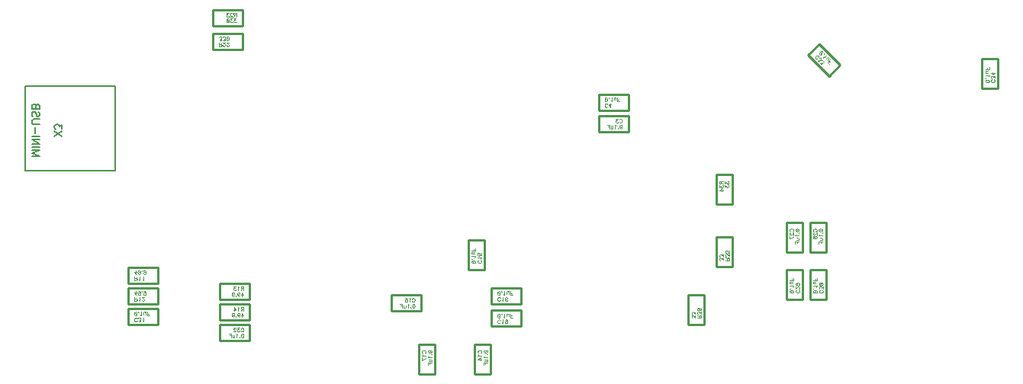
<source format=gbo>
G04*
G04  File:            ZXINET.GBO, Tue Jan 09 01:03:28 2018*
G04  Source:          P-CAD 2006 PCB, Version 19.02.958, (Z:\home\lvd\d\zxiznet\pcad\revC\zxinet.pcb)*
G04  Format:          Gerber Format (RS-274-D), ASCII*
G04*
G04  Format Options:  Absolute Positioning*
G04                   Leading-Zero Suppression*
G04                   Scale Factor 1:1*
G04                   NO Circular Interpolation*
G04                   Millimeter Units*
G04                   Numeric Format: 4.4 (XXXX.XXXX)*
G04                   G54 NOT Used for Aperture Change*
G04                   Apertures Embedded*
G04*
G04  File Options:    Offset = (0.000mm,0.000mm)*
G04                   Drill Symbol Size = 2.032mm*
G04                   No Pad/Via Holes*
G04*
G04  File Contents:   No Pads*
G04                   No Vias*
G04                   Designators*
G04                   Types*
G04                   Values*
G04                   No Drill Symbols*
G04                   Bot Silk*
G04*
%INZXINET.GBO*%
%ICAS*%
%MOMM*%
G04*
G04  Aperture MACROs for general use --- invoked via D-code assignment *
G04*
G04  General MACRO for flashed round with rotation and/or offset hole *
%AMROTOFFROUND*
1,1,$1,0.0000,0.0000*
1,0,$2,$3,$4*%
G04*
G04  General MACRO for flashed oval (obround) with rotation and/or offset hole *
%AMROTOFFOVAL*
21,1,$1,$2,0.0000,0.0000,$3*
1,1,$4,$5,$6*
1,1,$4,0-$5,0-$6*
1,0,$7,$8,$9*%
G04*
G04  General MACRO for flashed oval (obround) with rotation and no hole *
%AMROTOVALNOHOLE*
21,1,$1,$2,0.0000,0.0000,$3*
1,1,$4,$5,$6*
1,1,$4,0-$5,0-$6*%
G04*
G04  General MACRO for flashed rectangle with rotation and/or offset hole *
%AMROTOFFRECT*
21,1,$1,$2,0.0000,0.0000,$3*
1,0,$4,$5,$6*%
G04*
G04  General MACRO for flashed rectangle with rotation and no hole *
%AMROTRECTNOHOLE*
21,1,$1,$2,0.0000,0.0000,$3*%
G04*
G04  General MACRO for flashed rounded-rectangle *
%AMROUNDRECT*
21,1,$1,$2-$4,0.0000,0.0000,$3*
21,1,$1-$4,$2,0.0000,0.0000,$3*
1,1,$4,$5,$6*
1,1,$4,$7,$8*
1,1,$4,0-$5,0-$6*
1,1,$4,0-$7,0-$8*
1,0,$9,$10,$11*%
G04*
G04  General MACRO for flashed rounded-rectangle with rotation and no hole *
%AMROUNDRECTNOHOLE*
21,1,$1,$2-$4,0.0000,0.0000,$3*
21,1,$1-$4,$2,0.0000,0.0000,$3*
1,1,$4,$5,$6*
1,1,$4,$7,$8*
1,1,$4,0-$5,0-$6*
1,1,$4,0-$7,0-$8*%
G04*
G04  General MACRO for flashed regular polygon *
%AMREGPOLY*
5,1,$1,0.0000,0.0000,$2,$3+$4*
1,0,$5,$6,$7*%
G04*
G04  General MACRO for flashed regular polygon with no hole *
%AMREGPOLYNOHOLE*
5,1,$1,0.0000,0.0000,$2,$3+$4*%
G04*
G04  General MACRO for target *
%AMTARGET*
6,0,0,$1,$2,$3,4,$4,$5,$6*%
G04*
G04  General MACRO for mounting hole *
%AMMTHOLE*
1,1,$1,0,0*
1,0,$2,0,0*
$1=$1-$2*
$1=$1/2*
21,1,$2+$1,$3,0,0,$4*
21,1,$3,$2+$1,0,0,$4*%
G04*
G04*
G04  D10 : "Ellipse X0.254mm Y0.254mm H0.000mm 0.0deg (0.000mm,0.000mm) Draw"*
G04  Disc: OuterDia=0.2540*
%ADD10C, 0.2540*%
G04  D11 : "Ellipse X0.381mm Y0.381mm H0.000mm 0.0deg (0.000mm,0.000mm) Draw"*
G04  Disc: OuterDia=0.3810*
%ADD11C, 0.3810*%
G04  D12 : "Ellipse X0.500mm Y0.500mm H0.000mm 0.0deg (0.000mm,0.000mm) Draw"*
G04  Disc: OuterDia=0.5000*
%ADD12C, 0.5000*%
G04  D13 : "Ellipse X0.070mm Y0.070mm H0.000mm 0.0deg (0.000mm,0.000mm) Draw"*
G04  Disc: OuterDia=0.0700*
%ADD13C, 0.0700*%
G04  D14 : "Ellipse X0.600mm Y0.600mm H0.000mm 0.0deg (0.000mm,0.000mm) Draw"*
G04  Disc: OuterDia=0.6000*
%ADD14C, 0.6000*%
G04  D15 : "Ellipse X0.700mm Y0.700mm H0.000mm 0.0deg (0.000mm,0.000mm) Draw"*
G04  Disc: OuterDia=0.7000*
%ADD15C, 0.7000*%
G04  D16 : "Ellipse X0.100mm Y0.100mm H0.000mm 0.0deg (0.000mm,0.000mm) Draw"*
G04  Disc: OuterDia=0.1000*
%ADD16C, 0.1000*%
G04  D17 : "Ellipse X1.000mm Y1.000mm H0.000mm 0.0deg (0.000mm,0.000mm) Draw"*
G04  Disc: OuterDia=1.0000*
%ADD17C, 1.0000*%
G04  D18 : "Ellipse X0.127mm Y0.127mm H0.000mm 0.0deg (0.000mm,0.000mm) Draw"*
G04  Disc: OuterDia=0.1270*
%ADD18C, 0.1270*%
G04  D19 : "Ellipse X0.150mm Y0.150mm H0.000mm 0.0deg (0.000mm,0.000mm) Draw"*
G04  Disc: OuterDia=0.1500*
%ADD19C, 0.1500*%
G04  D20 : "Ellipse X0.200mm Y0.200mm H0.000mm 0.0deg (0.000mm,0.000mm) Draw"*
G04  Disc: OuterDia=0.2000*
%ADD20C, 0.2000*%
G04  D21 : "Ellipse X0.250mm Y0.250mm H0.000mm 0.0deg (0.000mm,0.000mm) Draw"*
G04  Disc: OuterDia=0.2500*
%ADD21C, 0.2500*%
G04  D22 : "Ellipse X0.250mm Y0.250mm H0.000mm 0.0deg (0.000mm,0.000mm) Draw"*
G04  Disc: OuterDia=0.2500*
%ADD22C, 0.2500*%
G04  D23 : "Ellipse X2.581mm Y2.581mm H0.000mm 0.0deg (0.000mm,0.000mm) Flash"*
G04  Disc: OuterDia=2.5810*
%ADD23C, 2.5810*%
G04  D24 : "Ellipse X3.581mm Y3.581mm H0.000mm 0.0deg (0.000mm,0.000mm) Flash"*
G04  Disc: OuterDia=3.5810*
%ADD24C, 3.5810*%
G04  D25 : "Ellipse X3.600mm Y3.600mm H0.000mm 0.0deg (0.000mm,0.000mm) Flash"*
G04  Disc: OuterDia=3.6000*
%ADD25C, 3.6000*%
G04  D26 : "Ellipse X3.981mm Y3.981mm H0.000mm 0.0deg (0.000mm,0.000mm) Flash"*
G04  Disc: OuterDia=3.9810*
%ADD26C, 3.9810*%
G04  D27 : "Ellipse X0.981mm Y0.981mm H0.000mm 0.0deg (0.000mm,0.000mm) Flash"*
G04  Disc: OuterDia=0.9810*
%ADD27C, 0.9810*%
G04  D28 : "Ellipse X1.381mm Y1.381mm H0.000mm 0.0deg (0.000mm,0.000mm) Flash"*
G04  Disc: OuterDia=1.3810*
%ADD28C, 1.3810*%
G04  D29 : "Ellipse X1.400mm Y1.400mm H0.000mm 0.0deg (0.000mm,0.000mm) Flash"*
G04  Disc: OuterDia=1.4000*
%ADD29C, 1.4000*%
G04  D30 : "Ellipse X1.500mm Y1.500mm H0.000mm 0.0deg (0.000mm,0.000mm) Flash"*
G04  Disc: OuterDia=1.5000*
%ADD30C, 1.5000*%
G04  D31 : "Ellipse X1.524mm Y1.524mm H0.000mm 0.0deg (0.000mm,0.000mm) Flash"*
G04  Disc: OuterDia=1.5240*
%ADD31C, 1.5240*%
G04  D32 : "Ellipse X1.600mm Y1.600mm H0.000mm 0.0deg (0.000mm,0.000mm) Flash"*
G04  Disc: OuterDia=1.6000*
%ADD32C, 1.6000*%
G04  D33 : "Ellipse X1.700mm Y1.700mm H0.000mm 0.0deg (0.000mm,0.000mm) Flash"*
G04  Disc: OuterDia=1.7000*
%ADD33C, 1.7000*%
G04  D34 : "Ellipse X1.781mm Y1.781mm H0.000mm 0.0deg (0.000mm,0.000mm) Flash"*
G04  Disc: OuterDia=1.7810*
%ADD34C, 1.7810*%
G04  D35 : "Ellipse X1.881mm Y1.881mm H0.000mm 0.0deg (0.000mm,0.000mm) Flash"*
G04  Disc: OuterDia=1.8810*
%ADD35C, 1.8810*%
G04  D36 : "Ellipse X1.905mm Y1.905mm H0.000mm 0.0deg (0.000mm,0.000mm) Flash"*
G04  Disc: OuterDia=1.9050*
%ADD36C, 1.9050*%
G04  D37 : "Ellipse X1.981mm Y1.981mm H0.000mm 0.0deg (0.000mm,0.000mm) Flash"*
G04  Disc: OuterDia=1.9810*
%ADD37C, 1.9810*%
G04  D38 : "Ellipse X2.081mm Y2.081mm H0.000mm 0.0deg (0.000mm,0.000mm) Flash"*
G04  Disc: OuterDia=2.0810*
%ADD38C, 2.0810*%
G04  D39 : "Ellipse X2.200mm Y2.200mm H0.000mm 0.0deg (0.000mm,0.000mm) Flash"*
G04  Disc: OuterDia=2.2000*
%ADD39C, 2.2000*%
G04  D40 : "Mounting Hole X3.200mm Y3.200mm H0.000mm 0.0deg (0.000mm,0.000mm) Flash"*
G04  Mounting Hole: Diameter=3.2000, Rotation=0.0, LineWidth=0.1270 *
%ADD40MTHOLE, 3.2000 X2.6920 X0.1270 X0.0*%
G04  D41 : "Mounting Hole X0.600mm Y0.600mm H0.000mm 0.0deg (0.000mm,0.000mm) Flash"*
G04  Mounting Hole: Diameter=0.6000, Rotation=0.0, LineWidth=0.1270 *
%ADD41MTHOLE, 0.6000 X0.0920 X0.1270 X0.0*%
G04  D42 : "Mounting Hole X1.000mm Y1.000mm H0.000mm 0.0deg (0.000mm,0.000mm) Flash"*
G04  Mounting Hole: Diameter=1.0000, Rotation=0.0, LineWidth=0.1270 *
%ADD42MTHOLE, 1.0000 X0.4920 X0.1270 X0.0*%
G04  D43 : "Rounded Rectangle X2.581mm Y2.381mm H0.000mm 0.0deg (0.000mm,0.000mm) Flash"*
G04  RoundRct: DimX=2.5810, DimY=2.3810, CornerRad=0.5953, Rotation=0.0, OffsetX=0.0000, OffsetY=0.0000, HoleDia=0.0000 *
%ADD43ROUNDRECTNOHOLE, 2.5810 X2.3810 X0.0 X1.1905 X-0.6953 X-0.5953 X-0.6953 X0.5953*%
G04  D44 : "Rounded Rectangle X2.881mm Y2.881mm H0.000mm 0.0deg (0.000mm,0.000mm) Flash"*
G04  RoundRct: DimX=2.8810, DimY=2.8810, CornerRad=0.7203, Rotation=0.0, OffsetX=0.0000, OffsetY=0.0000, HoleDia=0.0000 *
%ADD44ROUNDRECTNOHOLE, 2.8810 X2.8810 X0.0 X1.4405 X-0.7203 X-0.7203 X-0.7203 X0.7203*%
G04  D45 : "Rounded Rectangle X3.000mm Y1.600mm H0.000mm 0.0deg (0.000mm,0.000mm) Flash"*
G04  RoundRct: DimX=3.0000, DimY=1.6000, CornerRad=0.4000, Rotation=0.0, OffsetX=0.0000, OffsetY=0.0000, HoleDia=0.0000 *
%ADD45ROUNDRECTNOHOLE, 3.0000 X1.6000 X0.0 X0.8000 X-1.1000 X-0.4000 X-1.1000 X0.4000*%
G04  D46 : "Rounded Rectangle X2.000mm Y3.000mm H0.000mm 0.0deg (0.000mm,0.000mm) Flash"*
G04  RoundRct: DimX=2.0000, DimY=3.0000, CornerRad=0.5000, Rotation=0.0, OffsetX=0.0000, OffsetY=0.0000, HoleDia=0.0000 *
%ADD46ROUNDRECTNOHOLE, 2.0000 X3.0000 X0.0 X1.0000 X-0.5000 X-1.0000 X-0.5000 X1.0000*%
G04  D47 : "Rounded Rectangle X3.381mm Y1.981mm H0.000mm 0.0deg (0.000mm,0.000mm) Flash"*
G04  RoundRct: DimX=3.3810, DimY=1.9810, CornerRad=0.4953, Rotation=0.0, OffsetX=0.0000, OffsetY=0.0000, HoleDia=0.0000 *
%ADD47ROUNDRECTNOHOLE, 3.3810 X1.9810 X0.0 X0.9905 X-1.1953 X-0.4953 X-1.1953 X0.4953*%
G04  D48 : "Rounded Rectangle X2.381mm Y3.381mm H0.000mm 0.0deg (0.000mm,0.000mm) Flash"*
G04  RoundRct: DimX=2.3810, DimY=3.3810, CornerRad=0.5953, Rotation=0.0, OffsetX=0.0000, OffsetY=0.0000, HoleDia=0.0000 *
%ADD48ROUNDRECTNOHOLE, 2.3810 X3.3810 X0.0 X1.1905 X-0.5953 X-1.0953 X-0.5953 X1.0953*%
G04  D49 : "Rounded Rectangle X2.000mm Y0.500mm H0.000mm 0.0deg (0.000mm,0.000mm) Flash"*
G04  RoundRct: DimX=2.0000, DimY=0.5000, CornerRad=0.1250, Rotation=0.0, OffsetX=0.0000, OffsetY=0.0000, HoleDia=0.0000 *
%ADD49ROUNDRECTNOHOLE, 2.0000 X0.5000 X0.0 X0.2500 X-0.8750 X-0.1250 X-0.8750 X0.1250*%
G04  D50 : "Rounded Rectangle X6.200mm Y5.800mm H0.000mm 0.0deg (0.000mm,0.000mm) Flash"*
G04  RoundRct: DimX=6.2000, DimY=5.8000, CornerRad=1.4500, Rotation=0.0, OffsetX=0.0000, OffsetY=0.0000, HoleDia=0.0000 *
%ADD50ROUNDRECTNOHOLE, 6.2000 X5.8000 X0.0 X2.9000 X-1.6500 X-1.4500 X-1.6500 X1.4500*%
G04  D51 : "Rounded Rectangle X6.581mm Y6.181mm H0.000mm 0.0deg (0.000mm,0.000mm) Flash"*
G04  RoundRct: DimX=6.5810, DimY=6.1810, CornerRad=1.5453, Rotation=0.0, OffsetX=0.0000, OffsetY=0.0000, HoleDia=0.0000 *
%ADD51ROUNDRECTNOHOLE, 6.5810 X6.1810 X0.0 X3.0905 X-1.7453 X-1.5453 X-1.7453 X1.5453*%
G04  D52 : "Rounded Rectangle X1.300mm Y0.700mm H0.000mm 0.0deg (0.000mm,0.000mm) Flash"*
G04  RoundRct: DimX=1.3000, DimY=0.7000, CornerRad=0.1750, Rotation=0.0, OffsetX=0.0000, OffsetY=0.0000, HoleDia=0.0000 *
%ADD52ROUNDRECTNOHOLE, 1.3000 X0.7000 X0.0 X0.3500 X-0.4750 X-0.1750 X-0.4750 X0.1750*%
G04  D53 : "Rounded Rectangle X2.381mm Y0.881mm H0.000mm 0.0deg (0.000mm,0.000mm) Flash"*
G04  RoundRct: DimX=2.3810, DimY=0.8810, CornerRad=0.2203, Rotation=0.0, OffsetX=0.0000, OffsetY=0.0000, HoleDia=0.0000 *
%ADD53ROUNDRECTNOHOLE, 2.3810 X0.8810 X0.0 X0.4405 X-0.9703 X-0.2203 X-0.9703 X0.2203*%
G04  D54 : "Rounded Rectangle X1.681mm Y1.081mm H0.000mm 0.0deg (0.000mm,0.000mm) Flash"*
G04  RoundRct: DimX=1.6810, DimY=1.0810, CornerRad=0.2703, Rotation=0.0, OffsetX=0.0000, OffsetY=0.0000, HoleDia=0.0000 *
%ADD54ROUNDRECTNOHOLE, 1.6810 X1.0810 X0.0 X0.5405 X-0.5702 X-0.2703 X-0.5702 X0.2703*%
G04  D55 : "Rounded Rectangle X1.500mm Y2.000mm H0.000mm 0.0deg (0.000mm,0.000mm) Flash"*
G04  RoundRct: DimX=1.5000, DimY=2.0000, CornerRad=0.3750, Rotation=0.0, OffsetX=0.0000, OffsetY=0.0000, HoleDia=0.0000 *
%ADD55ROUNDRECTNOHOLE, 1.5000 X2.0000 X0.0 X0.7500 X-0.3750 X-0.6250 X-0.3750 X0.6250*%
G04  D56 : "Rounded Rectangle X2.000mm Y1.500mm H0.000mm 0.0deg (0.000mm,0.000mm) Flash"*
G04  RoundRct: DimX=2.0000, DimY=1.5000, CornerRad=0.3750, Rotation=0.0, OffsetX=0.0000, OffsetY=0.0000, HoleDia=0.0000 *
%ADD56ROUNDRECTNOHOLE, 2.0000 X1.5000 X0.0 X0.7500 X-0.6250 X-0.3750 X-0.6250 X0.3750*%
G04  D57 : "Rounded Rectangle X1.600mm Y0.300mm H0.000mm 0.0deg (0.000mm,0.000mm) Flash"*
G04  RoundRct: DimX=1.6000, DimY=0.3000, CornerRad=0.0750, Rotation=0.0, OffsetX=0.0000, OffsetY=0.0000, HoleDia=0.0000 *
%ADD57ROUNDRECTNOHOLE, 1.6000 X0.3000 X0.0 X0.1500 X-0.7250 X-0.0750 X-0.7250 X0.0750*%
G04  D58 : "Rounded Rectangle X0.300mm Y1.600mm H0.000mm 0.0deg (0.000mm,0.000mm) Flash"*
G04  RoundRct: DimX=0.3000, DimY=1.6000, CornerRad=0.0750, Rotation=0.0, OffsetX=0.0000, OffsetY=0.0000, HoleDia=0.0000 *
%ADD58ROUNDRECTNOHOLE, 0.3000 X1.6000 X0.0 X0.1500 X-0.0750 X-0.7250 X-0.0750 X0.7250*%
G04  D59 : "Rounded Rectangle X3.000mm Y1.700mm H0.000mm 0.0deg (0.000mm,0.000mm) Flash"*
G04  RoundRct: DimX=3.0000, DimY=1.7000, CornerRad=0.4250, Rotation=0.0, OffsetX=0.0000, OffsetY=0.0000, HoleDia=0.0000 *
%ADD59ROUNDRECTNOHOLE, 3.0000 X1.7000 X0.0 X0.8500 X-1.0750 X-0.4250 X-1.0750 X0.4250*%
G04  D60 : "Rounded Rectangle X1.881mm Y2.381mm H0.000mm 0.0deg (0.000mm,0.000mm) Flash"*
G04  RoundRct: DimX=1.8810, DimY=2.3810, CornerRad=0.4703, Rotation=0.0, OffsetX=0.0000, OffsetY=0.0000, HoleDia=0.0000 *
%ADD60ROUNDRECTNOHOLE, 1.8810 X2.3810 X0.0 X0.9405 X-0.4703 X-0.7203 X-0.4703 X0.7203*%
G04  D61 : "Rounded Rectangle X2.381mm Y1.881mm H0.000mm 0.0deg (0.000mm,0.000mm) Flash"*
G04  RoundRct: DimX=2.3810, DimY=1.8810, CornerRad=0.4703, Rotation=0.0, OffsetX=0.0000, OffsetY=0.0000, HoleDia=0.0000 *
%ADD61ROUNDRECTNOHOLE, 2.3810 X1.8810 X0.0 X0.9405 X-0.7203 X-0.4703 X-0.7203 X0.4703*%
G04  D62 : "Rounded Rectangle X1.981mm Y0.681mm H0.000mm 0.0deg (0.000mm,0.000mm) Flash"*
G04  RoundRct: DimX=1.9810, DimY=0.6810, CornerRad=0.1703, Rotation=0.0, OffsetX=0.0000, OffsetY=0.0000, HoleDia=0.0000 *
%ADD62ROUNDRECTNOHOLE, 1.9810 X0.6810 X0.0 X0.3405 X-0.8203 X-0.1703 X-0.8203 X0.1703*%
G04  D63 : "Rounded Rectangle X0.681mm Y1.981mm H0.000mm 0.0deg (0.000mm,0.000mm) Flash"*
G04  RoundRct: DimX=0.6810, DimY=1.9810, CornerRad=0.1703, Rotation=0.0, OffsetX=0.0000, OffsetY=0.0000, HoleDia=0.0000 *
%ADD63ROUNDRECTNOHOLE, 0.6810 X1.9810 X0.0 X0.3405 X-0.1703 X-0.8203 X-0.1703 X0.8203*%
G04  D64 : "Rounded Rectangle X3.000mm Y2.000mm H0.000mm 0.0deg (0.000mm,0.000mm) Flash"*
G04  RoundRct: DimX=3.0000, DimY=2.0000, CornerRad=0.5000, Rotation=0.0, OffsetX=0.0000, OffsetY=0.0000, HoleDia=0.0000 *
%ADD64ROUNDRECTNOHOLE, 3.0000 X2.0000 X0.0 X1.0000 X-1.0000 X-0.5000 X-1.0000 X0.5000*%
G04  D65 : "Rounded Rectangle X2.000mm Y0.650mm H0.000mm 0.0deg (0.000mm,0.000mm) Flash"*
G04  RoundRct: DimX=2.0000, DimY=0.6500, CornerRad=0.1625, Rotation=0.0, OffsetX=0.0000, OffsetY=0.0000, HoleDia=0.0000 *
%ADD65ROUNDRECTNOHOLE, 2.0000 X0.6500 X0.0 X0.3250 X-0.8375 X-0.1625 X-0.8375 X0.1625*%
G04  D66 : "Rounded Rectangle X2.000mm Y2.000mm H0.000mm 0.0deg (0.000mm,0.000mm) Flash"*
G04  RoundRct: DimX=2.0000, DimY=2.0000, CornerRad=0.5000, Rotation=0.0, OffsetX=0.0000, OffsetY=0.0000, HoleDia=0.0000 *
%ADD66ROUNDRECTNOHOLE, 2.0000 X2.0000 X0.0 X1.0000 X-0.5000 X-0.5000 X-0.5000 X0.5000*%
G04  D67 : "Rounded Rectangle X3.381mm Y2.081mm H0.000mm 0.0deg (0.000mm,0.000mm) Flash"*
G04  RoundRct: DimX=3.3810, DimY=2.0810, CornerRad=0.5202, Rotation=0.0, OffsetX=0.0000, OffsetY=0.0000, HoleDia=0.0000 *
%ADD67ROUNDRECTNOHOLE, 3.3810 X2.0810 X0.0 X1.0405 X-1.1703 X-0.5202 X-1.1703 X0.5202*%
G04  D68 : "Rounded Rectangle X2.200mm Y2.000mm H0.000mm 0.0deg (0.000mm,0.000mm) Flash"*
G04  RoundRct: DimX=2.2000, DimY=2.0000, CornerRad=0.5000, Rotation=0.0, OffsetX=0.0000, OffsetY=0.0000, HoleDia=0.0000 *
%ADD68ROUNDRECTNOHOLE, 2.2000 X2.0000 X0.0 X1.0000 X-0.6000 X-0.5000 X-0.6000 X0.5000*%
G04  D69 : "Rounded Rectangle X3.381mm Y2.381mm H0.000mm 0.0deg (0.000mm,0.000mm) Flash"*
G04  RoundRct: DimX=3.3810, DimY=2.3810, CornerRad=0.5953, Rotation=0.0, OffsetX=0.0000, OffsetY=0.0000, HoleDia=0.0000 *
%ADD69ROUNDRECTNOHOLE, 3.3810 X2.3810 X0.0 X1.1905 X-1.0953 X-0.5953 X-1.0953 X0.5953*%
G04  D70 : "Rounded Rectangle X2.381mm Y1.031mm H0.000mm 0.0deg (0.000mm,0.000mm) Flash"*
G04  RoundRct: DimX=2.3810, DimY=1.0310, CornerRad=0.2578, Rotation=0.0, OffsetX=0.0000, OffsetY=0.0000, HoleDia=0.0000 *
%ADD70ROUNDRECTNOHOLE, 2.3810 X1.0310 X0.0 X0.5155 X-0.9328 X-0.2578 X-0.9328 X0.2578*%
G04  D71 : "Rounded Rectangle X2.381mm Y2.381mm H0.000mm 0.0deg (0.000mm,0.000mm) Flash"*
G04  RoundRct: DimX=2.3810, DimY=2.3810, CornerRad=0.5953, Rotation=0.0, OffsetX=0.0000, OffsetY=0.0000, HoleDia=0.0000 *
%ADD71ROUNDRECTNOHOLE, 2.3810 X2.3810 X0.0 X1.1905 X-0.5953 X-0.5953 X-0.5953 X0.5953*%
G04  D72 : "Rounded Rectangle X2.500mm Y2.500mm H0.000mm 0.0deg (0.000mm,0.000mm) Flash"*
G04  RoundRct: DimX=2.5000, DimY=2.5000, CornerRad=0.6250, Rotation=0.0, OffsetX=0.0000, OffsetY=0.0000, HoleDia=0.0000 *
%ADD72ROUNDRECTNOHOLE, 2.5000 X2.5000 X0.0 X1.2500 X-0.6250 X-0.6250 X-0.6250 X0.6250*%
G04  D73 : "Rectangle X1.500mm Y10.000mm H0.000mm 0.0deg (0.000mm,0.000mm) Flash"*
G04  Rectangular: DimX=1.5000, DimY=10.0000, Rotation=0.0, OffsetX=0.0000, OffsetY=0.0000, HoleDia=0.0000 *
%ADD73R, 1.5000 X10.0000*%
G04  D74 : "Rectangle X1.500mm Y1.500mm H0.000mm 0.0deg (0.000mm,0.000mm) Flash"*
G04  Square: Side=1.5000, Rotation=0.0, OffsetX=0.0000, OffsetY=0.0000, HoleDia=0.0000*
%ADD74R, 1.5000 X1.5000*%
G04  D75 : "Rectangle X1.524mm Y1.524mm H0.000mm 0.0deg (0.000mm,0.000mm) Flash"*
G04  Square: Side=1.5240, Rotation=0.0, OffsetX=0.0000, OffsetY=0.0000, HoleDia=0.0000*
%ADD75R, 1.5240 X1.5240*%
G04  D76 : "Rectangle X1.600mm Y0.300mm H0.000mm 0.0deg (0.000mm,0.000mm) Flash"*
G04  Rectangular: DimX=1.6000, DimY=0.3000, Rotation=0.0, OffsetX=0.0000, OffsetY=0.0000, HoleDia=0.0000 *
%ADD76R, 1.6000 X0.3000*%
G04  D77 : "Rectangle X0.300mm Y1.600mm H0.000mm 0.0deg (0.000mm,0.000mm) Flash"*
G04  Rectangular: DimX=0.3000, DimY=1.6000, Rotation=0.0, OffsetX=0.0000, OffsetY=0.0000, HoleDia=0.0000 *
%ADD77R, 0.3000 X1.6000*%
G04  D78 : "Rectangle X1.600mm Y1.600mm H0.000mm 0.0deg (0.000mm,0.000mm) Flash"*
G04  Square: Side=1.6000, Rotation=0.0, OffsetX=0.0000, OffsetY=0.0000, HoleDia=0.0000*
%ADD78R, 1.6000 X1.6000*%
G04  D79 : "Rectangle X1.881mm Y10.381mm H0.000mm 0.0deg (0.000mm,0.000mm) Flash"*
G04  Rectangular: DimX=1.8810, DimY=10.3810, Rotation=0.0, OffsetX=0.0000, OffsetY=0.0000, HoleDia=0.0000 *
%ADD79R, 1.8810 X10.3810*%
G04  D80 : "Rectangle X1.881mm Y1.881mm H0.000mm 0.0deg (0.000mm,0.000mm) Flash"*
G04  Square: Side=1.8810, Rotation=0.0, OffsetX=0.0000, OffsetY=0.0000, HoleDia=0.0000*
%ADD80R, 1.8810 X1.8810*%
G04  D81 : "Rectangle X1.905mm Y1.905mm H0.000mm 0.0deg (0.000mm,0.000mm) Flash"*
G04  Square: Side=1.9050, Rotation=0.0, OffsetX=0.0000, OffsetY=0.0000, HoleDia=0.0000*
%ADD81R, 1.9050 X1.9050*%
G04  D82 : "Rectangle X1.981mm Y0.681mm H0.000mm 0.0deg (0.000mm,0.000mm) Flash"*
G04  Rectangular: DimX=1.9810, DimY=0.6810, Rotation=0.0, OffsetX=0.0000, OffsetY=0.0000, HoleDia=0.0000 *
%ADD82R, 1.9810 X0.6810*%
G04  D83 : "Rectangle X0.681mm Y1.981mm H0.000mm 0.0deg (0.000mm,0.000mm) Flash"*
G04  Rectangular: DimX=0.6810, DimY=1.9810, Rotation=0.0, OffsetX=0.0000, OffsetY=0.0000, HoleDia=0.0000 *
%ADD83R, 0.6810 X1.9810*%
G04  D84 : "Rectangle X1.981mm Y1.981mm H0.000mm 0.0deg (0.000mm,0.000mm) Flash"*
G04  Square: Side=1.9810, Rotation=0.0, OffsetX=0.0000, OffsetY=0.0000, HoleDia=0.0000*
%ADD84R, 1.9810 X1.9810*%
G04  D85 : "Ellipse X5.500mm Y5.500mm H0.000mm 0.0deg (0.000mm,0.000mm) Flash"*
G04  Disc: OuterDia=5.5000*
%ADD85C, 5.5000*%
G04  D86 : "Ellipse X5.881mm Y5.881mm H0.000mm 0.0deg (0.000mm,0.000mm) Flash"*
G04  Disc: OuterDia=5.8810*
%ADD86C, 5.8810*%
G04  D87 : "Ellipse X1.000mm Y1.000mm H0.000mm 0.0deg (0.000mm,0.000mm) Flash"*
G04  Disc: OuterDia=1.0000*
%ADD87C, 1.0000*%
G04*
%FSLAX44Y44*%
%SFA1B1*%
%OFA0.000B0.000*%
G04*
G71*
G90*
G01*
D2*
%LNBot Silk*%
D22*
X596540Y4218890*
Y4201110D1*
X563520D2*
Y4218890D1*
X596540Y4201110D2*
X563520D1*
Y4218890D2*
X596540D1*
D2*
D10*
D16*
X586558Y4214441*
X586760Y4214845D1*
X587163Y4215248*
X587567Y4215450*
X588374*
X588777Y4215248*
X589181Y4214845*
X589383Y4214441*
X589584Y4213836*
Y4212827*
X589383Y4212222*
X589181Y4211819*
X588777Y4211415*
X588374Y4211213*
X587567*
X587163Y4211415*
X586760Y4211819*
X586558Y4212222*
X584743Y4214643D2*
X584339Y4214845D1*
X583734Y4215450*
Y4211213*
X578892Y4215450D2*
X580909D1*
X581111Y4213634*
X580909Y4213836*
X580304Y4214038*
X579699*
X579094Y4213836*
X578690Y4213433*
X578489Y4212827*
Y4212424*
X578690Y4211819*
X579094Y4211415*
X579699Y4211213*
X580304*
X580909Y4211415*
X581111Y4211617*
X581313Y4212020*
X588383Y4209072D2*
X588985Y4208871D1*
X589387Y4208269*
X589587Y4207265*
Y4206663*
X589387Y4205659*
X588985Y4205057*
X588383Y4204856*
X587981*
X587379Y4205057*
X586978Y4205659*
X586777Y4206663*
Y4207265*
X586978Y4208269*
X587379Y4208871*
X587981Y4209072*
X588383*
X586978Y4208269D2*
X589387Y4205659D1*
X585171Y4205258D2*
X585372Y4205057D1*
X585171Y4204856*
X584970Y4205057*
X585171Y4205258*
X582963Y4208269D2*
X582561Y4208470D1*
X581959Y4209072*
Y4204856*
X579349Y4207667D2*
Y4205659D1*
X579149Y4205057*
X578747Y4204856*
X578145*
X577743Y4205057*
X577141Y4205659*
Y4207667D2*
Y4204856D1*
X572926Y4209072D2*
X575535D1*
Y4204856*
Y4207065D2*
X573929D1*
D2*
D22*
X656110Y4164540*
X673890D1*
Y4131520D2*
X656110D1*
X673890Y4164540D2*
Y4131520D1*
X656110D2*
Y4164540D1*
D2*
D10*
D16*
X660558Y4154558*
X660154Y4154760D1*
X659751Y4155163*
X659549Y4155567*
Y4156374*
X659751Y4156777*
X660154Y4157181*
X660558Y4157383*
X661163Y4157584*
X662172*
X662777Y4157383*
X663180Y4157181*
X663584Y4156777*
X663786Y4156374*
Y4155567*
X663584Y4155163*
X663180Y4154760*
X662777Y4154558*
X660356Y4152743D2*
X660154Y4152339D1*
X659549Y4151734*
X663786*
Y4147296D2*
X659549D1*
X662373Y4149313*
Y4146287*
X665927Y4156383D2*
X666128Y4156985D1*
X666730Y4157387*
X667734Y4157587*
X668336*
X669340Y4157387*
X669942Y4156985*
X670143Y4156383*
Y4155981*
X669942Y4155379*
X669340Y4154978*
X668336Y4154777*
X667734*
X666730Y4154978*
X666128Y4155379*
X665927Y4155981*
Y4156383*
X666730Y4154978D2*
X669340Y4157387D1*
X669741Y4153171D2*
X669942Y4153372D1*
X670143Y4153171*
X669942Y4152970*
X669741Y4153171*
X666730Y4150963D2*
X666529Y4150561D1*
X665927Y4149959*
X670143*
X667332Y4147349D2*
X669340D1*
X669942Y4147149*
X670143Y4146747*
Y4146145*
X669942Y4145743*
X669340Y4145141*
X667332D2*
X670143D1*
X665927Y4140926D2*
Y4143535D1*
X670143*
X667935D2*
Y4141929D1*
D2*
D22*
X793590Y4424280*
Y4442060D1*
X826610D2*
Y4424280D1*
X793590Y4442060D2*
X826610D1*
Y4424280D2*
X793590D1*
D2*
D10*
D16*
X803601Y4428690*
X803397Y4428283D1*
X802990Y4427876*
X802584Y4427673*
X801770*
X801363Y4427876*
X800956Y4428283*
X800753Y4428690*
X800550Y4429300*
Y4430317*
X800753Y4430927*
X800956Y4431334*
X801363Y4431741*
X801770Y4431944*
X802584*
X802990Y4431741*
X803397Y4431334*
X803601Y4430927*
X806855Y4431944D2*
Y4427673D1*
X804821Y4430520*
X807872*
X801746Y4434097D2*
X801144Y4434298D1*
X800742Y4434900*
X800542Y4435904*
Y4436506*
X800742Y4437510*
X801144Y4438112*
X801746Y4438313*
X802148*
X802750Y4438112*
X803151Y4437510*
X803352Y4436506*
Y4435904*
X803151Y4434900*
X802750Y4434298*
X802148Y4434097*
X801746*
X803151Y4434900D2*
X800742Y4437510D1*
X804958Y4437911D2*
X804757Y4438112D1*
X804958Y4438313*
X805159Y4438112*
X804958Y4437911*
X807166Y4434900D2*
X807568Y4434699D1*
X808170Y4434097*
Y4438313*
X810780Y4435502D2*
Y4437510D1*
X810980Y4438112*
X811382Y4438313*
X811984*
X812386Y4438112*
X812988Y4437510*
Y4435502D2*
Y4438313D1*
X817203Y4434097D2*
X814594D1*
Y4438313*
Y4436105D2*
X816200D1*
D2*
D22*
X1019890Y4214460*
X1002110D1*
Y4247480D2*
X1019890D1*
X1002110Y4214460D2*
Y4247480D1*
X1019890D2*
Y4214460D1*
D2*
D10*
D16*
X1015441Y4224441*
X1015845Y4224239D1*
X1016248Y4223836*
X1016450Y4223432*
Y4222625*
X1016248Y4222222*
X1015845Y4221818*
X1015441Y4221616*
X1014836Y4221415*
X1013827*
X1013222Y4221616*
X1012819Y4221818*
X1012415Y4222222*
X1012213Y4222625*
Y4223432*
X1012415Y4223836*
X1012819Y4224239*
X1013222Y4224441*
X1015441Y4225853D2*
X1015643D1*
X1016047Y4226055*
X1016248Y4226257*
X1016450Y4226660*
Y4227467*
X1016248Y4227871*
X1016047Y4228072*
X1015643Y4228274*
X1015240*
X1014836Y4228072*
X1014231Y4227669*
X1012213Y4225651*
Y4228476*
X1015038Y4232309D2*
X1014433Y4232107D1*
X1014029Y4231704*
X1013827Y4231098*
Y4230897*
X1014029Y4230291*
X1014433Y4229888*
X1015038Y4229686*
X1015240*
X1015845Y4229888*
X1016248Y4230291*
X1016450Y4230897*
Y4231098*
X1016248Y4231704*
X1015845Y4232107*
X1015038Y4232309*
X1014029*
X1013020Y4232107*
X1012415Y4231704*
X1012213Y4231098*
Y4230695*
X1012415Y4230090*
X1012819Y4229888*
X1010072Y4222616D2*
X1009871Y4222014D1*
X1009269Y4221612*
X1008265Y4221412*
X1007663*
X1006659Y4221612*
X1006057Y4222014*
X1005856Y4222616*
Y4223018*
X1006057Y4223620*
X1006659Y4224021*
X1007663Y4224222*
X1008265*
X1009269Y4224021*
X1009871Y4223620*
X1010072Y4223018*
Y4222616*
X1009269Y4224021D2*
X1006659Y4221612D1*
X1006258Y4225828D2*
X1006057Y4225627D1*
X1005856Y4225828*
X1006057Y4226029*
X1006258Y4225828*
X1009269Y4228036D2*
X1009470Y4228438D1*
X1010072Y4229040*
X1005856*
X1008667Y4231650D2*
X1006659D1*
X1006057Y4231850*
X1005856Y4232252*
Y4232854*
X1006057Y4233256*
X1006659Y4233858*
X1008667D2*
X1005856D1*
X1010072Y4238073D2*
Y4235464D1*
X1005856*
X1008065D2*
Y4237070D1*
D2*
D22*
X1045890Y4214460*
X1028110D1*
Y4247480D2*
X1045890D1*
X1028110Y4214460D2*
Y4247480D1*
X1045890D2*
Y4214460D1*
D2*
D10*
D16*
X1041441Y4224441*
X1041845Y4224239D1*
X1042248Y4223836*
X1042450Y4223432*
Y4222625*
X1042248Y4222222*
X1041845Y4221818*
X1041441Y4221616*
X1040836Y4221415*
X1039827*
X1039222Y4221616*
X1038819Y4221818*
X1038415Y4222222*
X1038213Y4222625*
Y4223432*
X1038415Y4223836*
X1038819Y4224239*
X1039222Y4224441*
X1042450Y4226055D2*
Y4228274D1*
X1040836Y4227064*
Y4227669*
X1040634Y4228072*
X1040433Y4228274*
X1039827Y4228476*
X1039424*
X1038819Y4228274*
X1038415Y4227871*
X1038213Y4227265*
Y4226660*
X1038415Y4226055*
X1038617Y4225853*
X1039020Y4225651*
X1042450Y4230897D2*
X1042248Y4230291D1*
X1041643Y4229888*
X1040634Y4229686*
X1040029*
X1039020Y4229888*
X1038415Y4230291*
X1038213Y4230897*
Y4231300*
X1038415Y4231905*
X1039020Y4232309*
X1040029Y4232511*
X1040634*
X1041643Y4232309*
X1042248Y4231905*
X1042450Y4231300*
Y4230897*
X1041643Y4232309D2*
X1039020Y4229888D1*
X1036072Y4222616D2*
X1035871Y4222014D1*
X1035269Y4221612*
X1034265Y4221412*
X1033663*
X1032659Y4221612*
X1032057Y4222014*
X1031856Y4222616*
Y4223018*
X1032057Y4223620*
X1032659Y4224021*
X1033663Y4224222*
X1034265*
X1035269Y4224021*
X1035871Y4223620*
X1036072Y4223018*
Y4222616*
X1035269Y4224021D2*
X1032659Y4221612D1*
X1032258Y4225828D2*
X1032057Y4225627D1*
X1031856Y4225828*
X1032057Y4226029*
X1032258Y4225828*
X1035269Y4228036D2*
X1035470Y4228438D1*
X1036072Y4229040*
X1031856*
X1034667Y4231650D2*
X1032659D1*
X1032057Y4231850*
X1031856Y4232252*
Y4232854*
X1032057Y4233256*
X1032659Y4233858*
X1034667D2*
X1031856D1*
X1036072Y4238073D2*
Y4235464D1*
X1031856*
X1034065D2*
Y4237070D1*
D2*
D22*
X666890Y4247460*
X649110D1*
Y4280480D2*
X666890D1*
X649110Y4247460D2*
Y4280480D1*
X666890D2*
Y4247460D1*
D2*
D10*
D16*
X662441Y4257441*
X662845Y4257239D1*
X663248Y4256836*
X663450Y4256432*
Y4255625*
X663248Y4255222*
X662845Y4254818*
X662441Y4254616*
X661836Y4254415*
X660827*
X660222Y4254616*
X659819Y4254818*
X659415Y4255222*
X659213Y4255625*
Y4256432*
X659415Y4256836*
X659819Y4257239*
X660222Y4257441*
X662643Y4259257D2*
X662845Y4259660D1*
X663450Y4260265*
X659213*
X663450Y4263695D2*
X663248Y4263090D1*
X662845Y4262888*
X662441*
X662038Y4263090*
X661836Y4263493*
X661634Y4264300*
X661433Y4264905*
X661029Y4265309*
X660626Y4265511*
X660020*
X659617Y4265309*
X659415Y4265107*
X659213Y4264502*
Y4263695*
X659415Y4263090*
X659617Y4262888*
X660020Y4262686*
X660626*
X661029Y4262888*
X661433Y4263291*
X661634Y4263897*
X661836Y4264704*
X662038Y4265107*
X662441Y4265309*
X662845*
X663248Y4265107*
X663450Y4264502*
Y4263695*
X657072Y4255616D2*
X656871Y4255014D1*
X656269Y4254612*
X655265Y4254412*
X654663*
X653659Y4254612*
X653057Y4255014*
X652856Y4255616*
Y4256018*
X653057Y4256620*
X653659Y4257021*
X654663Y4257222*
X655265*
X656269Y4257021*
X656871Y4256620*
X657072Y4256018*
Y4255616*
X656269Y4257021D2*
X653659Y4254612D1*
X653258Y4258828D2*
X653057Y4258627D1*
X652856Y4258828*
X653057Y4259029*
X653258Y4258828*
X656269Y4261036D2*
X656470Y4261438D1*
X657072Y4262040*
X652856*
X655667Y4264650D2*
X653659D1*
X653057Y4264850*
X652856Y4265252*
Y4265854*
X653057Y4266256*
X653659Y4266858*
X655667D2*
X652856D1*
X657072Y4271073D2*
Y4268464D1*
X652856*
X655065D2*
Y4270070D1*
D2*
D22*
X826670Y4418060*
Y4400280D1*
X793650D2*
Y4418060D1*
X826670Y4400280D2*
X793650D1*
Y4418060D2*
X826670D1*
D2*
D10*
D16*
X816658Y4413649*
X816862Y4414056D1*
X817269Y4414463*
X817675Y4414666*
X818489*
X818896Y4414463*
X819303Y4414056*
X819506Y4413649*
X819709Y4413039*
Y4412022*
X819506Y4411412*
X819303Y4411005*
X818896Y4410598*
X818489Y4410395*
X817675*
X817269Y4410598*
X816862Y4411005*
X816658Y4411412*
X815031Y4414666D2*
X812794D1*
X814014Y4413039*
X813404*
X812997Y4412836*
X812794Y4412632*
X812591Y4412022*
Y4411615*
X812794Y4411005*
X813201Y4410598*
X813811Y4410395*
X814421*
X815031Y4410598*
X815235Y4410802*
X815438Y4411208*
X818513Y4408242D2*
X819115Y4408041D1*
X819517Y4407439*
X819717Y4406435*
Y4405833*
X819517Y4404829*
X819115Y4404227*
X818513Y4404026*
X818111*
X817509Y4404227*
X817108Y4404829*
X816907Y4405833*
Y4406435*
X817108Y4407439*
X817509Y4408041*
X818111Y4408242*
X818513*
X817108Y4407439D2*
X819517Y4404829D1*
X815301Y4404428D2*
X815502Y4404227D1*
X815301Y4404026*
X815100Y4404227*
X815301Y4404428*
X813093Y4407439D2*
X812691Y4407640D1*
X812089Y4408242*
Y4404026*
X809479Y4406837D2*
Y4404829D1*
X809279Y4404227*
X808877Y4404026*
X808275*
X807873Y4404227*
X807271Y4404829*
Y4406837D2*
Y4404026D1*
X803056Y4408242D2*
X805665D1*
Y4404026*
Y4406235D2*
X804059D1*
D2*
D22*
X941890Y4250460*
X924110D1*
Y4283480D2*
X941890D1*
X924110Y4250460D2*
Y4283480D1*
X941890D2*
Y4250460D1*
D2*
D10*
D16*
X936433Y4257616*
Y4259432D1*
X936634Y4260037*
X936836Y4260239*
X937240Y4260441*
X937643*
X938047Y4260239*
X938248Y4260037*
X938450Y4259432*
Y4257616*
X934213*
X936433Y4259029D2*
X934213Y4260441D1*
X938450Y4262055D2*
Y4264274D1*
X936836Y4263064*
Y4263669*
X936634Y4264072*
X936433Y4264274*
X935827Y4264476*
X935424*
X934819Y4264274*
X934415Y4263871*
X934213Y4263265*
Y4262660*
X934415Y4262055*
X934617Y4261853*
X935020Y4261651*
X938450Y4268107D2*
Y4266090D1*
X936634Y4265888*
X936836Y4266090*
X937038Y4266695*
Y4267300*
X936836Y4267905*
X936433Y4268309*
X935827Y4268511*
X935424*
X934819Y4268309*
X934415Y4267905*
X934213Y4267300*
Y4266695*
X934415Y4266090*
X934617Y4265888*
X935020Y4265686*
X932007Y4257802D2*
Y4259985D1*
X930420Y4258794*
Y4259389*
X930221Y4259786*
X930023Y4259985*
X929428Y4260183*
X929031*
X928436Y4259985*
X928039Y4259588*
X927840Y4258992*
Y4258397*
X928039Y4257802*
X928237Y4257603*
X928634Y4257405*
X932007Y4261770D2*
Y4263953D1*
X930420Y4262763*
Y4263358*
X930221Y4263755*
X930023Y4263953*
X929428Y4264152*
X929031*
X928436Y4263953*
X928039Y4263556*
X927840Y4262961*
Y4262366*
X928039Y4261770*
X928237Y4261572*
X928634Y4261374*
D2*
D22*
X924110Y4352540*
X941890D1*
Y4319520D2*
X924110D1*
X941890Y4352540D2*
Y4319520D1*
X924110D2*
Y4352540D1*
D2*
D10*
D16*
X929567Y4345383*
Y4343567D1*
X929365Y4342962*
X929163Y4342760*
X928760Y4342558*
X928356*
X927953Y4342760*
X927751Y4342962*
X927549Y4343567*
Y4345383*
X931786*
X929567Y4343970D2*
X931786Y4342558D1*
X927549Y4340944D2*
Y4338725D1*
X929163Y4339936*
Y4339330*
X929365Y4338927*
X929567Y4338725*
X930172Y4338523*
X930575*
X931180Y4338725*
X931584Y4339129*
X931786Y4339734*
Y4340339*
X931584Y4340944*
X931382Y4341146*
X930979Y4341348*
X931786Y4335296D2*
X927549D1*
X930373Y4337313*
Y4334287*
X933992Y4345197D2*
Y4343015D1*
X935579Y4344205*
Y4343610*
X935778Y4343213*
X935976Y4343015*
X936571Y4342816*
X936968*
X937564Y4343015*
X937960Y4343411*
X938159Y4344007*
Y4344602*
X937960Y4345197*
X937762Y4345396*
X937365Y4345594*
X933992Y4341229D2*
Y4339046D1*
X935579Y4340237*
Y4339641*
X935778Y4339244*
X935976Y4339046*
X936571Y4338847*
X936968*
X937564Y4339046*
X937960Y4339443*
X938159Y4340038*
Y4340633*
X937960Y4341229*
X937762Y4341427*
X937365Y4341626*
D2*
D22*
X1002110Y4299540*
X1019890D1*
Y4266520D2*
X1002110D1*
X1019890Y4299540D2*
Y4266520D1*
X1002110D2*
Y4299540D1*
D2*
D10*
D16*
X1006558Y4289558*
X1006154Y4289760D1*
X1005751Y4290163*
X1005549Y4290567*
Y4291374*
X1005751Y4291777*
X1006154Y4292181*
X1006558Y4292383*
X1007163Y4292584*
X1008172*
X1008777Y4292383*
X1009180Y4292181*
X1009584Y4291777*
X1009786Y4291374*
Y4290567*
X1009584Y4290163*
X1009180Y4289760*
X1008777Y4289558*
X1006558Y4288146D2*
X1006356D1*
X1005953Y4287944*
X1005751Y4287743*
X1005549Y4287339*
Y4286532*
X1005751Y4286129*
X1005953Y4285927*
X1006356Y4285725*
X1006760*
X1007163Y4285927*
X1007768Y4286330*
X1009786Y4288348*
Y4285523*
Y4283506D2*
X1005549Y4281489D1*
Y4284313*
X1011927Y4291383D2*
X1012128Y4291985D1*
X1012730Y4292387*
X1013734Y4292587*
X1014336*
X1015340Y4292387*
X1015942Y4291985*
X1016143Y4291383*
Y4290981*
X1015942Y4290379*
X1015340Y4289978*
X1014336Y4289777*
X1013734*
X1012730Y4289978*
X1012128Y4290379*
X1011927Y4290981*
Y4291383*
X1012730Y4289978D2*
X1015340Y4292387D1*
X1015741Y4288171D2*
X1015942Y4288372D1*
X1016143Y4288171*
X1015942Y4287970*
X1015741Y4288171*
X1012730Y4285963D2*
X1012529Y4285561D1*
X1011927Y4284959*
X1016143*
X1013332Y4282349D2*
X1015340D1*
X1015942Y4282149*
X1016143Y4281747*
Y4281145*
X1015942Y4280743*
X1015340Y4280141*
X1013332D2*
X1016143D1*
X1011927Y4275926D2*
Y4278535D1*
X1016143*
X1013935D2*
Y4276929D1*
D2*
D22*
X1028110Y4299540*
X1045890D1*
Y4266520D2*
X1028110D1*
X1045890Y4299540D2*
Y4266520D1*
X1028110D2*
Y4299540D1*
D2*
D10*
D16*
X1032558Y4289558*
X1032154Y4289760D1*
X1031751Y4290163*
X1031549Y4290567*
Y4291374*
X1031751Y4291777*
X1032154Y4292181*
X1032558Y4292383*
X1033163Y4292584*
X1034172*
X1034777Y4292383*
X1035180Y4292181*
X1035584Y4291777*
X1035786Y4291374*
Y4290567*
X1035584Y4290163*
X1035180Y4289760*
X1034777Y4289558*
X1032558Y4288146D2*
X1032356D1*
X1031953Y4287944*
X1031751Y4287743*
X1031549Y4287339*
Y4286532*
X1031751Y4286129*
X1031953Y4285927*
X1032356Y4285725*
X1032760*
X1033163Y4285927*
X1033768Y4286330*
X1035786Y4288348*
Y4285523*
X1031549Y4283304D2*
X1031751Y4283909D1*
X1032154Y4284111*
X1032558*
X1032961Y4283909*
X1033163Y4283506*
X1033365Y4282699*
X1033567Y4282094*
X1033970Y4281690*
X1034373Y4281489*
X1034979*
X1035382Y4281690*
X1035584Y4281892*
X1035786Y4282497*
Y4283304*
X1035584Y4283909*
X1035382Y4284111*
X1034979Y4284313*
X1034373*
X1033970Y4284111*
X1033567Y4283708*
X1033365Y4283103*
X1033163Y4282296*
X1032961Y4281892*
X1032558Y4281690*
X1032154*
X1031751Y4281892*
X1031549Y4282497*
Y4283304*
X1037927Y4291383D2*
X1038128Y4291985D1*
X1038730Y4292387*
X1039734Y4292587*
X1040336*
X1041340Y4292387*
X1041942Y4291985*
X1042143Y4291383*
Y4290981*
X1041942Y4290379*
X1041340Y4289978*
X1040336Y4289777*
X1039734*
X1038730Y4289978*
X1038128Y4290379*
X1037927Y4290981*
Y4291383*
X1038730Y4289978D2*
X1041340Y4292387D1*
X1041741Y4288171D2*
X1041942Y4288372D1*
X1042143Y4288171*
X1041942Y4287970*
X1041741Y4288171*
X1038730Y4285963D2*
X1038529Y4285561D1*
X1037927Y4284959*
X1042143*
X1039332Y4282349D2*
X1041340D1*
X1041942Y4282149*
X1042143Y4281747*
Y4281145*
X1041942Y4280743*
X1041340Y4280141*
X1039332D2*
X1042143D1*
X1037927Y4275926D2*
Y4278535D1*
X1042143*
X1039935D2*
Y4276929D1*
D2*
D22*
X271460Y4232110*
Y4249890D1*
X304480D2*
Y4232110D1*
X271460Y4249890D2*
X304480D1*
Y4232110D2*
X271460D1*
D2*
D10*
D16*
X278616Y4237567*
X280432D1*
X281037Y4237365*
X281239Y4237163*
X281441Y4236760*
Y4236356*
X281239Y4235953*
X281037Y4235751*
X280432Y4235549*
X278616*
Y4239786*
X280029Y4237567D2*
X281441Y4239786D1*
X283257Y4236356D2*
X283660Y4236154D1*
X284265Y4235549*
Y4239786*
X287291Y4236356D2*
X287695Y4236154D1*
X288300Y4235549*
Y4239786*
X280427Y4246139D2*
Y4241911D1*
X278413Y4244730*
X281433*
X285057Y4243320D2*
X284855Y4243924D1*
X284453Y4244327*
X283849Y4244528*
X283648*
X283044Y4244327*
X282641Y4243924*
X282440Y4243320*
Y4243119*
X282641Y4242515*
X283044Y4242113*
X283648Y4241911*
X283849*
X284453Y4242113*
X284855Y4242515*
X285057Y4243320*
Y4244327*
X284855Y4245334*
X284453Y4245937*
X283849Y4246139*
X283446*
X282842Y4245937*
X282641Y4245535*
X286869Y4245736D2*
X286667Y4245937D1*
X286869Y4246139*
X287070Y4245937*
X286869Y4245736*
X291096Y4243320D2*
X290895Y4243924D1*
X290492Y4244327*
X289888Y4244528*
X289687*
X289083Y4244327*
X288680Y4243924*
X288479Y4243320*
Y4243119*
X288680Y4242515*
X289083Y4242113*
X289687Y4241911*
X289888*
X290492Y4242113*
X290895Y4242515*
X291096Y4243320*
Y4244327*
X290895Y4245334*
X290492Y4245937*
X289888Y4246139*
X289486*
X288882Y4245937*
X288680Y4245535*
D2*
D22*
X271460Y4209110*
Y4226890D1*
X304480D2*
Y4209110D1*
X271460Y4226890D2*
X304480D1*
Y4209110D2*
X271460D1*
D2*
D10*
D16*
X278616Y4214567*
X280432D1*
X281037Y4214365*
X281239Y4214163*
X281441Y4213760*
Y4213356*
X281239Y4212953*
X281037Y4212751*
X280432Y4212549*
X278616*
Y4216786*
X280029Y4214567D2*
X281441Y4216786D1*
X283257Y4213356D2*
X283660Y4213154D1*
X284265Y4212549*
Y4216786*
X286888Y4213558D2*
Y4213356D1*
X287090Y4212953*
X287291Y4212751*
X287695Y4212549*
X288502*
X288905Y4212751*
X289107Y4212953*
X289309Y4213356*
Y4213760*
X289107Y4214163*
X288704Y4214768*
X286686Y4216786*
X289511*
X280427Y4223139D2*
Y4218911D1*
X278413Y4221730*
X281433*
X285057Y4220320D2*
X284855Y4220924D1*
X284453Y4221327*
X283849Y4221528*
X283648*
X283044Y4221327*
X282641Y4220924*
X282440Y4220320*
Y4220119*
X282641Y4219515*
X283044Y4219113*
X283648Y4218911*
X283849*
X284453Y4219113*
X284855Y4219515*
X285057Y4220320*
Y4221327*
X284855Y4222334*
X284453Y4222937*
X283849Y4223139*
X283446*
X282842Y4222937*
X282641Y4222535*
X286869Y4222736D2*
X286667Y4222937D1*
X286869Y4223139*
X287070Y4222937*
X286869Y4222736*
X291096Y4220320D2*
X290895Y4220924D1*
X290492Y4221327*
X289888Y4221528*
X289687*
X289083Y4221327*
X288680Y4220924*
X288479Y4220320*
Y4220119*
X288680Y4219515*
X289083Y4219113*
X289687Y4218911*
X289888*
X290492Y4219113*
X290895Y4219515*
X291096Y4220320*
Y4221327*
X290895Y4222334*
X290492Y4222937*
X289888Y4223139*
X289486*
X288882Y4222937*
X288680Y4222535*
D2*
D22*
X594110Y4164540*
X611890D1*
Y4131520D2*
X594110D1*
X611890Y4164540D2*
Y4131520D1*
X594110D2*
Y4164540D1*
D2*
D10*
D16*
X598558Y4154558*
X598154Y4154760D1*
X597751Y4155163*
X597549Y4155567*
Y4156374*
X597751Y4156777*
X598154Y4157181*
X598558Y4157383*
X599163Y4157584*
X600172*
X600777Y4157383*
X601180Y4157181*
X601584Y4156777*
X601786Y4156374*
Y4155567*
X601584Y4155163*
X601180Y4154760*
X600777Y4154558*
X598356Y4152743D2*
X598154Y4152339D1*
X597549Y4151734*
X601786*
Y4148506D2*
X597549Y4146489D1*
Y4149313*
X603927Y4156383D2*
X604128Y4156985D1*
X604730Y4157387*
X605734Y4157587*
X606336*
X607340Y4157387*
X607942Y4156985*
X608143Y4156383*
Y4155981*
X607942Y4155379*
X607340Y4154978*
X606336Y4154777*
X605734*
X604730Y4154978*
X604128Y4155379*
X603927Y4155981*
Y4156383*
X604730Y4154978D2*
X607340Y4157387D1*
X607741Y4153171D2*
X607942Y4153372D1*
X608143Y4153171*
X607942Y4152970*
X607741Y4153171*
X604730Y4150963D2*
X604529Y4150561D1*
X603927Y4149959*
X608143*
X605332Y4147349D2*
X607340D1*
X607942Y4147149*
X608143Y4146747*
Y4146145*
X607942Y4145743*
X607340Y4145141*
X605332D2*
X608143D1*
X603927Y4140926D2*
Y4143535D1*
X608143*
X605935D2*
Y4141929D1*
D2*
D22*
X406540Y4185890*
Y4168110D1*
X373520D2*
Y4185890D1*
X406540Y4168110D2*
X373520D1*
Y4185890D2*
X406540D1*
D2*
D10*
D16*
X396558Y4181441*
X396760Y4181845D1*
X397163Y4182248*
X397567Y4182450*
X398374*
X398777Y4182248*
X399181Y4181845*
X399383Y4181441*
X399584Y4180836*
Y4179827*
X399383Y4179222*
X399181Y4178819*
X398777Y4178415*
X398374Y4178213*
X397567*
X397163Y4178415*
X396760Y4178819*
X396558Y4179222*
X394944Y4182450D2*
X392725D1*
X393936Y4180836*
X393330*
X392927Y4180634*
X392725Y4180433*
X392523Y4179827*
Y4179424*
X392725Y4178819*
X393129Y4178415*
X393734Y4178213*
X394339*
X394944Y4178415*
X395146Y4178617*
X395348Y4179020*
X391111Y4181441D2*
Y4181643D1*
X390909Y4182047*
X390708Y4182248*
X390304Y4182450*
X389497*
X389094Y4182248*
X388892Y4182047*
X388690Y4181643*
Y4181240*
X388892Y4180836*
X389296Y4180231*
X391313Y4178213*
X388489*
X398383Y4176072D2*
X398985Y4175871D1*
X399387Y4175269*
X399587Y4174265*
Y4173663*
X399387Y4172659*
X398985Y4172057*
X398383Y4171856*
X397981*
X397379Y4172057*
X396978Y4172659*
X396777Y4173663*
Y4174265*
X396978Y4175269*
X397379Y4175871*
X397981Y4176072*
X398383*
X396978Y4175269D2*
X399387Y4172659D1*
X395171Y4172258D2*
X395372Y4172057D1*
X395171Y4171856*
X394970Y4172057*
X395171Y4172258*
X392963Y4175269D2*
X392561Y4175470D1*
X391959Y4176072*
Y4171856*
X389349Y4174667D2*
Y4172659D1*
X389149Y4172057*
X388747Y4171856*
X388145*
X387743Y4172057*
X387141Y4172659*
Y4174667D2*
Y4171856D1*
X382926Y4176072D2*
X385535D1*
Y4171856*
Y4174065D2*
X383929D1*
D2*
D22*
X406540Y4231890*
Y4214110D1*
X373520D2*
Y4231890D1*
X406540Y4214110D2*
X373520D1*
Y4231890D2*
X406540D1*
D2*
D10*
D16*
X399383Y4226433*
X397567D1*
X396962Y4226634*
X396760Y4226836*
X396558Y4227240*
Y4227643*
X396760Y4228047*
X396962Y4228248*
X397567Y4228450*
X399383*
Y4224213*
X397970Y4226433D2*
X396558Y4224213D1*
X394743Y4227643D2*
X394339Y4227845D1*
X393734Y4228450*
Y4224213*
X390909Y4228450D2*
X388690D1*
X389901Y4226836*
X389296*
X388892Y4226634*
X388690Y4226433*
X388489Y4225827*
Y4225424*
X388690Y4224819*
X389094Y4224415*
X389699Y4224213*
X390304*
X390909Y4224415*
X391111Y4224617*
X391313Y4225020*
X397573Y4217860D2*
Y4222088D1*
X399586Y4219269*
X396566*
X392942Y4220679D2*
X393144Y4220075D1*
X393546Y4219672*
X394150Y4219471*
X394352*
X394956Y4219672*
X395358Y4220075*
X395559Y4220679*
Y4220880*
X395358Y4221484*
X394956Y4221887*
X394352Y4222088*
X394150*
X393546Y4221887*
X393144Y4221484*
X392942Y4220679*
Y4219672*
X393144Y4218666*
X393546Y4218062*
X394150Y4217860*
X394553*
X395157Y4218062*
X395358Y4218464*
X391131Y4218263D2*
X391332Y4218062D1*
X391131Y4217860*
X390929Y4218062*
X391131Y4218263*
X386903Y4220679D2*
X387104Y4220075D1*
X387507Y4219672*
X388111Y4219471*
X388312*
X388916Y4219672*
X389319Y4220075*
X389520Y4220679*
Y4220880*
X389319Y4221484*
X388916Y4221887*
X388312Y4222088*
X388111*
X387507Y4221887*
X387104Y4221484*
X386903Y4220679*
Y4219672*
X387104Y4218666*
X387507Y4218062*
X388111Y4217860*
X388513*
X389117Y4218062*
X389319Y4218464*
D2*
D22*
X398540Y4535890*
Y4518110D1*
X365520D2*
Y4535890D1*
X398540Y4518110D2*
X365520D1*
Y4535890D2*
X398540D1*
D2*
D10*
D16*
X391383Y4530433*
X389567D1*
X388962Y4530634*
X388760Y4530836*
X388558Y4531240*
Y4531643*
X388760Y4532047*
X388962Y4532248*
X389567Y4532450*
X391383*
Y4528213*
X389970Y4530433D2*
X388558Y4528213D1*
X387146Y4531441D2*
Y4531643D1*
X386944Y4532047*
X386743Y4532248*
X386339Y4532450*
X385532*
X385129Y4532248*
X384927Y4532047*
X384725Y4531643*
Y4531240*
X384927Y4530836*
X385330Y4530231*
X387348Y4528213*
X384523*
X382909Y4532450D2*
X380690D1*
X381901Y4530836*
X381296*
X380892Y4530634*
X380690Y4530433*
X380489Y4529827*
Y4529424*
X380690Y4528819*
X381094Y4528415*
X381699Y4528213*
X382304*
X382909Y4528415*
X383111Y4528617*
X383313Y4529020*
X391181Y4526102D2*
X388961D1*
X390172Y4524487*
X389566*
X389163Y4524285*
X388961Y4524084*
X388759Y4523478*
Y4523075*
X388961Y4522469*
X389364Y4522066*
X389970Y4521864*
X390575*
X391181Y4522066*
X391382Y4522267*
X391584Y4522671*
X387145Y4526102D2*
X384925D1*
X386136Y4524487*
X385530*
X385127Y4524285*
X384925Y4524084*
X384723Y4523478*
Y4523075*
X384925Y4522469*
X385328Y4522066*
X385934Y4521864*
X386539*
X387145Y4522066*
X387346Y4522267*
X387548Y4522671*
X382301Y4526102D2*
X382907Y4525900D1*
X383310Y4525294*
X383512Y4524285*
Y4523680*
X383310Y4522671*
X382907Y4522066*
X382301Y4521864*
X381898*
X381292Y4522066*
X380889Y4522671*
X380687Y4523680*
Y4524285*
X380889Y4525294*
X381292Y4525900*
X381898Y4526102*
X382301*
X380889Y4525294D2*
X383310Y4522671D1*
D2*
D22*
X674460Y4209110*
Y4226890D1*
X707480D2*
Y4209110D1*
X674460Y4226890D2*
X707480D1*
Y4209110D2*
X674460D1*
D2*
D10*
D16*
X684441Y4213558*
X684239Y4213154D1*
X683836Y4212751*
X683432Y4212549*
X682625*
X682222Y4212751*
X681818Y4213154*
X681616Y4213558*
X681415Y4214163*
Y4215172*
X681616Y4215777*
X681818Y4216180*
X682222Y4216584*
X682625Y4216786*
X683432*
X683836Y4216584*
X684239Y4216180*
X684441Y4215777*
X686257Y4213356D2*
X686660Y4213154D1*
X687265Y4212549*
Y4216786*
X692309Y4213154D2*
X692107Y4212751D1*
X691502Y4212549*
X691098*
X690493Y4212751*
X690090Y4213356*
X689888Y4214365*
Y4215373*
X690090Y4216180*
X690493Y4216584*
X691098Y4216786*
X691300*
X691905Y4216584*
X692309Y4216180*
X692511Y4215575*
Y4215373*
X692309Y4214768*
X691905Y4214365*
X691300Y4214163*
X691098*
X690493Y4214365*
X690090Y4214768*
X689888Y4215373*
X682616Y4218927D2*
X682014Y4219128D1*
X681612Y4219730*
X681412Y4220734*
Y4221336*
X681612Y4222340*
X682014Y4222942*
X682616Y4223143*
X683018*
X683620Y4222942*
X684021Y4222340*
X684222Y4221336*
Y4220734*
X684021Y4219730*
X683620Y4219128*
X683018Y4218927*
X682616*
X684021Y4219730D2*
X681612Y4222340D1*
X685828Y4222741D2*
X685627Y4222942D1*
X685828Y4223143*
X686029Y4222942*
X685828Y4222741*
X688036Y4219730D2*
X688438Y4219529D1*
X689040Y4218927*
Y4223143*
X691650Y4220332D2*
Y4222340D1*
X691850Y4222942*
X692252Y4223143*
X692854*
X693256Y4222942*
X693858Y4222340*
Y4220332D2*
Y4223143D1*
X698073Y4218927D2*
X695464D1*
Y4223143*
Y4220935D2*
X697070D1*
D2*
D22*
X1236890Y4448460*
X1219110D1*
Y4481480D2*
X1236890D1*
X1219110Y4448460D2*
Y4481480D1*
X1236890D2*
Y4448460D1*
D2*
D10*
D16*
X1232441Y4458441*
X1232845Y4458239D1*
X1233248Y4457836*
X1233450Y4457432*
Y4456625*
X1233248Y4456222*
X1232845Y4455818*
X1232441Y4455616*
X1231836Y4455415*
X1230827*
X1230222Y4455616*
X1229819Y4455818*
X1229415Y4456222*
X1229213Y4456625*
Y4457432*
X1229415Y4457836*
X1229819Y4458239*
X1230222Y4458441*
X1233450Y4460055D2*
Y4462274D1*
X1231836Y4461064*
Y4461669*
X1231634Y4462072*
X1231433Y4462274*
X1230827Y4462476*
X1230424*
X1229819Y4462274*
X1229415Y4461871*
X1229213Y4461265*
Y4460660*
X1229415Y4460055*
X1229617Y4459853*
X1230020Y4459651*
X1229213Y4465704D2*
X1233450D1*
X1230626Y4463686*
Y4466712*
X1227072Y4456616D2*
X1226871Y4456014D1*
X1226269Y4455612*
X1225265Y4455412*
X1224663*
X1223659Y4455612*
X1223057Y4456014*
X1222856Y4456616*
Y4457018*
X1223057Y4457620*
X1223659Y4458021*
X1224663Y4458222*
X1225265*
X1226269Y4458021*
X1226871Y4457620*
X1227072Y4457018*
Y4456616*
X1226269Y4458021D2*
X1223659Y4455612D1*
X1223258Y4459828D2*
X1223057Y4459627D1*
X1222856Y4459828*
X1223057Y4460029*
X1223258Y4459828*
X1226269Y4462036D2*
X1226470Y4462438D1*
X1227072Y4463040*
X1222856*
X1225667Y4465650D2*
X1223659D1*
X1223057Y4465850*
X1222856Y4466252*
Y4466854*
X1223057Y4467256*
X1223659Y4467858*
X1225667D2*
X1222856D1*
X1227072Y4472073D2*
Y4469464D1*
X1222856*
X1225065D2*
Y4471070D1*
D2*
D22*
X271460Y4186110*
Y4203890D1*
X304480D2*
Y4186110D1*
X271460Y4203890D2*
X304480D1*
Y4186110D2*
X271460D1*
D2*
D10*
D16*
X281441Y4190558*
X281239Y4190154D1*
X280836Y4189751*
X280432Y4189549*
X279625*
X279222Y4189751*
X278818Y4190154*
X278616Y4190558*
X278415Y4191163*
Y4192172*
X278616Y4192777*
X278818Y4193180*
X279222Y4193584*
X279625Y4193786*
X280432*
X280836Y4193584*
X281239Y4193180*
X281441Y4192777*
X283055Y4189549D2*
X285274D1*
X284064Y4191163*
X284669*
X285072Y4191365*
X285274Y4191567*
X285476Y4192172*
Y4192575*
X285274Y4193180*
X284871Y4193584*
X284265Y4193786*
X283660*
X283055Y4193584*
X282853Y4193382*
X282651Y4192979*
X287291Y4190356D2*
X287695Y4190154D1*
X288300Y4189549*
Y4193786*
X279616Y4195927D2*
X279014Y4196128D1*
X278612Y4196730*
X278412Y4197734*
Y4198336*
X278612Y4199340*
X279014Y4199942*
X279616Y4200143*
X280018*
X280620Y4199942*
X281021Y4199340*
X281222Y4198336*
Y4197734*
X281021Y4196730*
X280620Y4196128*
X280018Y4195927*
X279616*
X281021Y4196730D2*
X278612Y4199340D1*
X282828Y4199741D2*
X282627Y4199942D1*
X282828Y4200143*
X283029Y4199942*
X282828Y4199741*
X285036Y4196730D2*
X285438Y4196529D1*
X286040Y4195927*
Y4200143*
X288650Y4197332D2*
Y4199340D1*
X288850Y4199942*
X289252Y4200143*
X289854*
X290256Y4199942*
X290858Y4199340*
Y4197332D2*
Y4200143D1*
X295073Y4195927D2*
X292464D1*
Y4200143*
Y4197935D2*
X294070D1*
D2*
D18*
X257000Y4357000*
X157000D1*
X257000Y4451000D2*
X157000D1*
Y4357000D2*
Y4451000D1*
X257000Y4357000D2*
Y4451000D1*
X164796Y4380026D2*
X173186D1*
X164796Y4376830*
X173186Y4373634*
X164796*
X173186Y4383222D2*
X164796D1*
X173186Y4392012D2*
X164796D1*
X173186Y4386418*
X164796*
X173186Y4395208D2*
X164796D1*
X168392Y4398404D2*
Y4405595D1*
X173186Y4408791D2*
X167193D1*
X165995Y4409191*
X165196Y4409990*
X164796Y4411189*
Y4411988*
X165196Y4413186*
X165995Y4413985*
X167193Y4414385*
X173186*
X171988Y4422775D2*
X172787Y4421976D1*
X173186Y4420777*
Y4419179*
X172787Y4417980*
X171988Y4417181*
X171189*
X170390Y4417581*
X169990Y4417980*
X169591Y4418779*
X168792Y4421177*
X168392Y4421976*
X167992Y4422375*
X167193Y4422775*
X165995*
X165196Y4421976*
X164796Y4420777*
Y4419179*
X165196Y4417980*
X165995Y4417181*
X173186Y4425571D2*
X164796D1*
Y4429167*
X165196Y4430366*
X165595Y4430765*
X166394Y4431165*
X167593*
X168392Y4430765*
X168792Y4430366*
X169191Y4429167*
X169591Y4430366*
X169990Y4430765*
X170789Y4431165*
X171588*
X172387Y4430765*
X172787Y4430366*
X173186Y4429167*
Y4425571*
X169191D2*
Y4429167D1*
X198112Y4395253D2*
X189778Y4400809D1*
X198112D2*
X189778Y4395253D1*
X198112Y4403984D2*
Y4408350D1*
X194937Y4405968*
Y4407159*
X194540Y4407953*
X194143Y4408350*
X192953Y4408746*
X192159*
X190968Y4408350*
X190175Y4407556*
X189778Y4406365*
Y4405175*
X190175Y4403984*
X190572Y4403587*
X191365Y4403190*
D2*
D10*
D22*
X406540Y4208890*
Y4191110D1*
X373520D2*
Y4208890D1*
X406540Y4191110D2*
X373520D1*
Y4208890D2*
X406540D1*
D2*
D10*
D16*
X399383Y4203433*
X397567D1*
X396962Y4203634*
X396760Y4203836*
X396558Y4204240*
Y4204643*
X396760Y4205047*
X396962Y4205248*
X397567Y4205450*
X399383*
Y4201213*
X397970Y4203433D2*
X396558Y4201213D1*
X394743Y4204643D2*
X394339Y4204845D1*
X393734Y4205450*
Y4201213*
X389296D2*
Y4205450D1*
X391313Y4202626*
X388287*
X397573Y4194860D2*
Y4199088D1*
X399586Y4196269*
X396566*
X392942Y4197679D2*
X393144Y4197075D1*
X393546Y4196672*
X394150Y4196471*
X394352*
X394956Y4196672*
X395358Y4197075*
X395559Y4197679*
Y4197880*
X395358Y4198484*
X394956Y4198887*
X394352Y4199088*
X394150*
X393546Y4198887*
X393144Y4198484*
X392942Y4197679*
Y4196672*
X393144Y4195666*
X393546Y4195062*
X394150Y4194860*
X394553*
X395157Y4195062*
X395358Y4195464*
X391131Y4195263D2*
X391332Y4195062D1*
X391131Y4194860*
X390929Y4195062*
X391131Y4195263*
X386903Y4197679D2*
X387104Y4197075D1*
X387507Y4196672*
X388111Y4196471*
X388312*
X388916Y4196672*
X389319Y4197075*
X389520Y4197679*
Y4197880*
X389319Y4198484*
X388916Y4198887*
X388312Y4199088*
X388111*
X387507Y4198887*
X387104Y4198484*
X386903Y4197679*
Y4196672*
X387104Y4195666*
X387507Y4195062*
X388111Y4194860*
X388513*
X389117Y4195062*
X389319Y4195464*
D2*
D22*
X365460Y4492110*
Y4509890D1*
X398480D2*
Y4492110D1*
X365460Y4509890D2*
X398480D1*
Y4492110D2*
X365460D1*
D2*
D10*
D16*
X372616Y4497567*
X374432D1*
X375037Y4497365*
X375239Y4497163*
X375441Y4496760*
Y4496356*
X375239Y4495953*
X375037Y4495751*
X374432Y4495549*
X372616*
Y4499786*
X374029Y4497567D2*
X375441Y4499786D1*
X376853Y4496558D2*
Y4496356D1*
X377055Y4495953*
X377257Y4495751*
X377660Y4495549*
X378467*
X378871Y4495751*
X379072Y4495953*
X379274Y4496356*
Y4496760*
X379072Y4497163*
X378669Y4497768*
X376651Y4499786*
X379476*
X380888Y4496558D2*
Y4496356D1*
X381090Y4495953*
X381291Y4495751*
X381695Y4495549*
X382502*
X382905Y4495751*
X383107Y4495953*
X383309Y4496356*
Y4496760*
X383107Y4497163*
X382704Y4497768*
X380686Y4499786*
X383511*
X372819Y4501898D2*
X375038D1*
X373828Y4503512*
X374433*
X374837Y4503714*
X375038Y4503916*
X375240Y4504521*
Y4504925*
X375038Y4505530*
X374635Y4505934*
X374029Y4506135*
X373424*
X372819Y4505934*
X372617Y4505732*
X372415Y4505328*
X376855Y4501898D2*
X379074D1*
X377864Y4503512*
X378469*
X378873Y4503714*
X379074Y4503916*
X379276Y4504521*
Y4504925*
X379074Y4505530*
X378671Y4505934*
X378065Y4506135*
X377460*
X376855Y4505934*
X376653Y4505732*
X376451Y4505328*
X381698Y4501898D2*
X381092Y4502099D1*
X380689Y4502705*
X380487Y4503714*
Y4504319*
X380689Y4505328*
X381092Y4505934*
X381698Y4506135*
X382101*
X382707Y4505934*
X383110Y4505328*
X383312Y4504319*
Y4503714*
X383110Y4502705*
X382707Y4502099*
X382101Y4501898*
X381698*
X383110Y4502705D2*
X380689Y4505328D1*
D2*
D22*
X674460Y4184110*
Y4201890D1*
X707480D2*
Y4184110D1*
X674460Y4201890D2*
X707480D1*
Y4184110D2*
X674460D1*
D2*
D10*
D16*
X684441Y4188558*
X684239Y4188154D1*
X683836Y4187751*
X683432Y4187549*
X682625*
X682222Y4187751*
X681818Y4188154*
X681616Y4188558*
X681415Y4189163*
Y4190172*
X681616Y4190777*
X681818Y4191180*
X682222Y4191584*
X682625Y4191786*
X683432*
X683836Y4191584*
X684239Y4191180*
X684441Y4190777*
X686257Y4188356D2*
X686660Y4188154D1*
X687265Y4187549*
Y4191786*
X692309Y4188961D2*
X692107Y4189567D1*
X691704Y4189970*
X691098Y4190172*
X690897*
X690291Y4189970*
X689888Y4189567*
X689686Y4188961*
Y4188760*
X689888Y4188154*
X690291Y4187751*
X690897Y4187549*
X691098*
X691704Y4187751*
X692107Y4188154*
X692309Y4188961*
Y4189970*
X692107Y4190979*
X691704Y4191584*
X691098Y4191786*
X690695*
X690090Y4191584*
X689888Y4191180*
X682616Y4193927D2*
X682014Y4194128D1*
X681612Y4194730*
X681412Y4195734*
Y4196336*
X681612Y4197340*
X682014Y4197942*
X682616Y4198143*
X683018*
X683620Y4197942*
X684021Y4197340*
X684222Y4196336*
Y4195734*
X684021Y4194730*
X683620Y4194128*
X683018Y4193927*
X682616*
X684021Y4194730D2*
X681612Y4197340D1*
X685828Y4197741D2*
X685627Y4197942D1*
X685828Y4198143*
X686029Y4197942*
X685828Y4197741*
X688036Y4194730D2*
X688438Y4194529D1*
X689040Y4193927*
Y4198143*
X691650Y4195332D2*
Y4197340D1*
X691850Y4197942*
X692252Y4198143*
X692854*
X693256Y4197942*
X693858Y4197340*
Y4195332D2*
Y4198143D1*
X698073Y4193927D2*
X695464D1*
Y4198143*
Y4195935D2*
X697070D1*
D2*
D22*
X910890Y4186460*
X893110D1*
Y4219480D2*
X910890D1*
X893110Y4186460D2*
Y4219480D1*
X910890D2*
Y4186460D1*
D2*
D10*
D16*
X905433Y4193616*
Y4195432D1*
X905634Y4196037*
X905836Y4196239*
X906240Y4196441*
X906643*
X907047Y4196239*
X907248Y4196037*
X907450Y4195432*
Y4193616*
X903213*
X905433Y4195029D2*
X903213Y4196441D1*
X907450Y4198055D2*
Y4200274D1*
X905836Y4199064*
Y4199669*
X905634Y4200072*
X905433Y4200274*
X904827Y4200476*
X904424*
X903819Y4200274*
X903415Y4199871*
X903213Y4199265*
Y4198660*
X903415Y4198055*
X903617Y4197853*
X904020Y4197651*
X906845Y4204309D2*
X907248Y4204107D1*
X907450Y4203502*
Y4203098*
X907248Y4202493*
X906643Y4202090*
X905634Y4201888*
X904626*
X903819Y4202090*
X903415Y4202493*
X903213Y4203098*
Y4203300*
X903415Y4203905*
X903819Y4204309*
X904424Y4204511*
X904626*
X905231Y4204309*
X905634Y4203905*
X905836Y4203300*
Y4203098*
X905634Y4202493*
X905231Y4202090*
X904626Y4201888*
X901007Y4193802D2*
Y4195985D1*
X899420Y4194794*
Y4195389*
X899221Y4195786*
X899023Y4195985*
X898428Y4196183*
X898031*
X897436Y4195985*
X897039Y4195588*
X896840Y4194992*
Y4194397*
X897039Y4193802*
X897237Y4193603*
X897634Y4193405*
X901007Y4197770D2*
Y4199953D1*
X899420Y4198763*
Y4199358*
X899221Y4199755*
X899023Y4199953*
X898428Y4200152*
X898031*
X897436Y4199953*
X897039Y4199556*
X896840Y4198961*
Y4198366*
X897039Y4197770*
X897237Y4197572*
X897634Y4197374*
D2*
D22*
X1025917Y4485509*
X1038490Y4498082D1*
X1061838Y4474733D2*
X1049266Y4462161D1*
X1038490Y4498082D2*
X1061838Y4474733D1*
X1049266Y4462161D2*
X1025917Y4485509D1*
D2*
D10*
D16*
X1036121Y4481597*
X1035693Y4481454D1*
X1035122*
X1034694Y4481597*
X1034123Y4482168*
X1033981Y4482595*
Y4483166*
X1034123Y4483594*
X1034409Y4484165*
X1035122Y4484878*
X1035693Y4485163*
X1036121Y4485306*
X1036691*
X1037119Y4485163*
X1037690Y4484593*
X1037832Y4484165*
Y4483594*
X1037690Y4483166*
X1036549Y4479742D2*
X1038118Y4478173D1*
X1038403Y4480170*
X1038831Y4479742*
X1039259Y4479600*
X1039544Y4479600*
X1040115Y4479885*
X1040400Y4480170*
X1040685Y4480741*
X1040686Y4481312*
X1040400Y4481882*
X1039972Y4482310*
X1039402Y4482595*
X1039116Y4482596*
X1038688Y4482453*
X1039402Y4476889D2*
X1040971Y4475320D1*
X1041256Y4477317*
X1041684Y4476889*
X1042112Y4476747*
X1042397Y4476747*
X1042968Y4477032*
X1043253Y4477317*
X1043539Y4477888*
Y4478459*
X1043253Y4479029*
X1042825Y4479457*
X1042255Y4479742*
X1041969Y4479743*
X1041541Y4479600*
X1038627Y4486684D2*
X1038343Y4487252D1*
X1038485Y4487961*
X1039053Y4488813*
X1039479Y4489239*
X1040330Y4489807*
X1041040Y4489949*
X1041608Y4489665*
X1041892Y4489381*
X1042176Y4488813*
X1042034Y4488103*
X1041466Y4487252*
X1041040Y4486826*
X1040188Y4486258*
X1039479Y4486116*
X1038911Y4486400*
X1038627Y4486684*
X1040188Y4486258D2*
X1040330Y4489807D1*
X1043595Y4487110D2*
X1043595Y4487394D1*
X1043879*
X1043879Y4487110*
X1043595*
X1043027Y4483419D2*
X1043169Y4482993D1*
X1043169Y4482142*
X1046150Y4485123*
X1046008Y4481290D2*
X1047428Y4482709D1*
X1047996Y4482993*
X1048421Y4482851*
X1048847Y4482426*
X1048989Y4482000*
Y4481148*
X1047570Y4479728D2*
X1049557Y4481716D1*
X1049557Y4475754D2*
X1047712Y4477599D1*
X1050693Y4480580*
X1049131Y4479019D2*
X1050267Y4477883D1*
D02M02*

</source>
